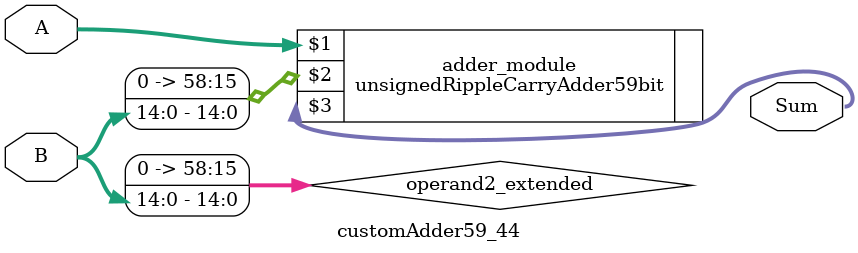
<source format=v>
module customAdder59_44(
                        input [58 : 0] A,
                        input [14 : 0] B,
                        
                        output [59 : 0] Sum
                );

        wire [58 : 0] operand2_extended;
        
        assign operand2_extended =  {44'b0, B};
        
        unsignedRippleCarryAdder59bit adder_module(
            A,
            operand2_extended,
            Sum
        );
        
        endmodule
        
</source>
